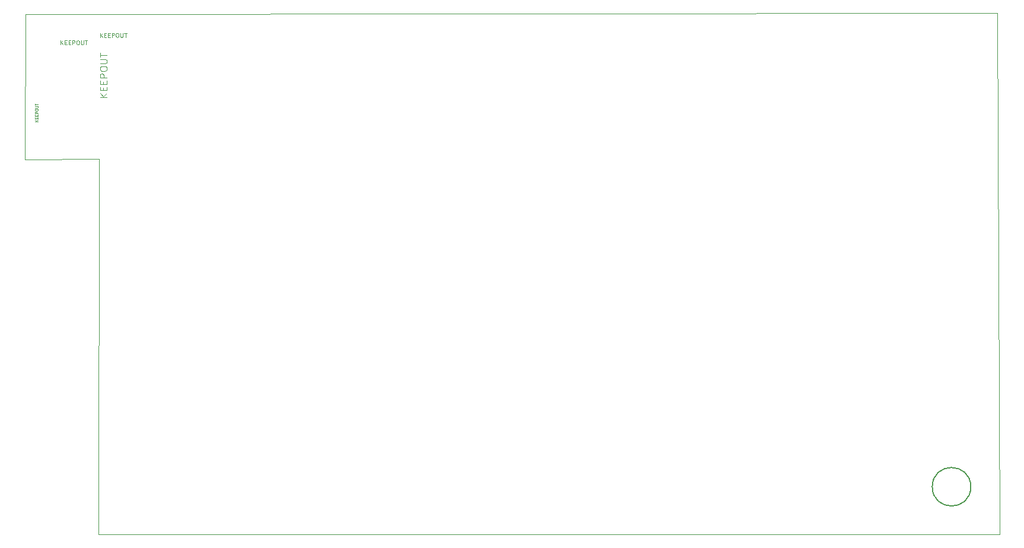
<source format=gbr>
%TF.GenerationSoftware,KiCad,Pcbnew,7.0.9*%
%TF.CreationDate,2023-12-29T10:55:07+07:00*%
%TF.ProjectId,incuTester,696e6375-5465-4737-9465-722e6b696361,rev?*%
%TF.SameCoordinates,Original*%
%TF.FileFunction,Other,Comment*%
%FSLAX46Y46*%
G04 Gerber Fmt 4.6, Leading zero omitted, Abs format (unit mm)*
G04 Created by KiCad (PCBNEW 7.0.9) date 2023-12-29 10:55:07*
%MOMM*%
%LPD*%
G01*
G04 APERTURE LIST*
%ADD10C,0.100000*%
%ADD11C,0.090000*%
%ADD12C,0.060000*%
%ADD13C,0.150000*%
%TA.AperFunction,Profile*%
%ADD14C,0.100000*%
%TD*%
G04 APERTURE END LIST*
D10*
X93807419Y-74095237D02*
X92807419Y-74095237D01*
X93807419Y-73523809D02*
X93235990Y-73952380D01*
X92807419Y-73523809D02*
X93378847Y-74095237D01*
X93283609Y-73095237D02*
X93283609Y-72761904D01*
X93807419Y-72619047D02*
X93807419Y-73095237D01*
X93807419Y-73095237D02*
X92807419Y-73095237D01*
X92807419Y-73095237D02*
X92807419Y-72619047D01*
X93283609Y-72190475D02*
X93283609Y-71857142D01*
X93807419Y-71714285D02*
X93807419Y-72190475D01*
X93807419Y-72190475D02*
X92807419Y-72190475D01*
X92807419Y-72190475D02*
X92807419Y-71714285D01*
X93807419Y-71285713D02*
X92807419Y-71285713D01*
X92807419Y-71285713D02*
X92807419Y-70904761D01*
X92807419Y-70904761D02*
X92855038Y-70809523D01*
X92855038Y-70809523D02*
X92902657Y-70761904D01*
X92902657Y-70761904D02*
X92997895Y-70714285D01*
X92997895Y-70714285D02*
X93140752Y-70714285D01*
X93140752Y-70714285D02*
X93235990Y-70761904D01*
X93235990Y-70761904D02*
X93283609Y-70809523D01*
X93283609Y-70809523D02*
X93331228Y-70904761D01*
X93331228Y-70904761D02*
X93331228Y-71285713D01*
X92807419Y-70095237D02*
X92807419Y-69904761D01*
X92807419Y-69904761D02*
X92855038Y-69809523D01*
X92855038Y-69809523D02*
X92950276Y-69714285D01*
X92950276Y-69714285D02*
X93140752Y-69666666D01*
X93140752Y-69666666D02*
X93474085Y-69666666D01*
X93474085Y-69666666D02*
X93664561Y-69714285D01*
X93664561Y-69714285D02*
X93759800Y-69809523D01*
X93759800Y-69809523D02*
X93807419Y-69904761D01*
X93807419Y-69904761D02*
X93807419Y-70095237D01*
X93807419Y-70095237D02*
X93759800Y-70190475D01*
X93759800Y-70190475D02*
X93664561Y-70285713D01*
X93664561Y-70285713D02*
X93474085Y-70333332D01*
X93474085Y-70333332D02*
X93140752Y-70333332D01*
X93140752Y-70333332D02*
X92950276Y-70285713D01*
X92950276Y-70285713D02*
X92855038Y-70190475D01*
X92855038Y-70190475D02*
X92807419Y-70095237D01*
X92807419Y-69238094D02*
X93616942Y-69238094D01*
X93616942Y-69238094D02*
X93712180Y-69190475D01*
X93712180Y-69190475D02*
X93759800Y-69142856D01*
X93759800Y-69142856D02*
X93807419Y-69047618D01*
X93807419Y-69047618D02*
X93807419Y-68857142D01*
X93807419Y-68857142D02*
X93759800Y-68761904D01*
X93759800Y-68761904D02*
X93712180Y-68714285D01*
X93712180Y-68714285D02*
X93616942Y-68666666D01*
X93616942Y-68666666D02*
X92807419Y-68666666D01*
X92807419Y-68333332D02*
X92807419Y-67761904D01*
X93807419Y-68047618D02*
X92807419Y-68047618D01*
D11*
X87192858Y-66572891D02*
X87192858Y-65972891D01*
X87535715Y-66572891D02*
X87278572Y-66230034D01*
X87535715Y-65972891D02*
X87192858Y-66315748D01*
X87792858Y-66258605D02*
X87992858Y-66258605D01*
X88078572Y-66572891D02*
X87792858Y-66572891D01*
X87792858Y-66572891D02*
X87792858Y-65972891D01*
X87792858Y-65972891D02*
X88078572Y-65972891D01*
X88335715Y-66258605D02*
X88535715Y-66258605D01*
X88621429Y-66572891D02*
X88335715Y-66572891D01*
X88335715Y-66572891D02*
X88335715Y-65972891D01*
X88335715Y-65972891D02*
X88621429Y-65972891D01*
X88878572Y-66572891D02*
X88878572Y-65972891D01*
X88878572Y-65972891D02*
X89107143Y-65972891D01*
X89107143Y-65972891D02*
X89164286Y-66001462D01*
X89164286Y-66001462D02*
X89192857Y-66030034D01*
X89192857Y-66030034D02*
X89221429Y-66087177D01*
X89221429Y-66087177D02*
X89221429Y-66172891D01*
X89221429Y-66172891D02*
X89192857Y-66230034D01*
X89192857Y-66230034D02*
X89164286Y-66258605D01*
X89164286Y-66258605D02*
X89107143Y-66287177D01*
X89107143Y-66287177D02*
X88878572Y-66287177D01*
X89592857Y-65972891D02*
X89707143Y-65972891D01*
X89707143Y-65972891D02*
X89764286Y-66001462D01*
X89764286Y-66001462D02*
X89821429Y-66058605D01*
X89821429Y-66058605D02*
X89850000Y-66172891D01*
X89850000Y-66172891D02*
X89850000Y-66372891D01*
X89850000Y-66372891D02*
X89821429Y-66487177D01*
X89821429Y-66487177D02*
X89764286Y-66544320D01*
X89764286Y-66544320D02*
X89707143Y-66572891D01*
X89707143Y-66572891D02*
X89592857Y-66572891D01*
X89592857Y-66572891D02*
X89535715Y-66544320D01*
X89535715Y-66544320D02*
X89478572Y-66487177D01*
X89478572Y-66487177D02*
X89450000Y-66372891D01*
X89450000Y-66372891D02*
X89450000Y-66172891D01*
X89450000Y-66172891D02*
X89478572Y-66058605D01*
X89478572Y-66058605D02*
X89535715Y-66001462D01*
X89535715Y-66001462D02*
X89592857Y-65972891D01*
X90107143Y-65972891D02*
X90107143Y-66458605D01*
X90107143Y-66458605D02*
X90135714Y-66515748D01*
X90135714Y-66515748D02*
X90164286Y-66544320D01*
X90164286Y-66544320D02*
X90221428Y-66572891D01*
X90221428Y-66572891D02*
X90335714Y-66572891D01*
X90335714Y-66572891D02*
X90392857Y-66544320D01*
X90392857Y-66544320D02*
X90421428Y-66515748D01*
X90421428Y-66515748D02*
X90450000Y-66458605D01*
X90450000Y-66458605D02*
X90450000Y-65972891D01*
X90649999Y-65972891D02*
X90992857Y-65972891D01*
X90821428Y-66572891D02*
X90821428Y-65972891D01*
X92817858Y-65497891D02*
X92817858Y-64897891D01*
X93160715Y-65497891D02*
X92903572Y-65155034D01*
X93160715Y-64897891D02*
X92817858Y-65240748D01*
X93417858Y-65183605D02*
X93617858Y-65183605D01*
X93703572Y-65497891D02*
X93417858Y-65497891D01*
X93417858Y-65497891D02*
X93417858Y-64897891D01*
X93417858Y-64897891D02*
X93703572Y-64897891D01*
X93960715Y-65183605D02*
X94160715Y-65183605D01*
X94246429Y-65497891D02*
X93960715Y-65497891D01*
X93960715Y-65497891D02*
X93960715Y-64897891D01*
X93960715Y-64897891D02*
X94246429Y-64897891D01*
X94503572Y-65497891D02*
X94503572Y-64897891D01*
X94503572Y-64897891D02*
X94732143Y-64897891D01*
X94732143Y-64897891D02*
X94789286Y-64926462D01*
X94789286Y-64926462D02*
X94817857Y-64955034D01*
X94817857Y-64955034D02*
X94846429Y-65012177D01*
X94846429Y-65012177D02*
X94846429Y-65097891D01*
X94846429Y-65097891D02*
X94817857Y-65155034D01*
X94817857Y-65155034D02*
X94789286Y-65183605D01*
X94789286Y-65183605D02*
X94732143Y-65212177D01*
X94732143Y-65212177D02*
X94503572Y-65212177D01*
X95217857Y-64897891D02*
X95332143Y-64897891D01*
X95332143Y-64897891D02*
X95389286Y-64926462D01*
X95389286Y-64926462D02*
X95446429Y-64983605D01*
X95446429Y-64983605D02*
X95475000Y-65097891D01*
X95475000Y-65097891D02*
X95475000Y-65297891D01*
X95475000Y-65297891D02*
X95446429Y-65412177D01*
X95446429Y-65412177D02*
X95389286Y-65469320D01*
X95389286Y-65469320D02*
X95332143Y-65497891D01*
X95332143Y-65497891D02*
X95217857Y-65497891D01*
X95217857Y-65497891D02*
X95160715Y-65469320D01*
X95160715Y-65469320D02*
X95103572Y-65412177D01*
X95103572Y-65412177D02*
X95075000Y-65297891D01*
X95075000Y-65297891D02*
X95075000Y-65097891D01*
X95075000Y-65097891D02*
X95103572Y-64983605D01*
X95103572Y-64983605D02*
X95160715Y-64926462D01*
X95160715Y-64926462D02*
X95217857Y-64897891D01*
X95732143Y-64897891D02*
X95732143Y-65383605D01*
X95732143Y-65383605D02*
X95760714Y-65440748D01*
X95760714Y-65440748D02*
X95789286Y-65469320D01*
X95789286Y-65469320D02*
X95846428Y-65497891D01*
X95846428Y-65497891D02*
X95960714Y-65497891D01*
X95960714Y-65497891D02*
X96017857Y-65469320D01*
X96017857Y-65469320D02*
X96046428Y-65440748D01*
X96046428Y-65440748D02*
X96075000Y-65383605D01*
X96075000Y-65383605D02*
X96075000Y-64897891D01*
X96274999Y-64897891D02*
X96617857Y-64897891D01*
X96446428Y-65497891D02*
X96446428Y-64897891D01*
D12*
X83956927Y-77513095D02*
X83556927Y-77513095D01*
X83956927Y-77284524D02*
X83728356Y-77455953D01*
X83556927Y-77284524D02*
X83785499Y-77513095D01*
X83747403Y-77113095D02*
X83747403Y-76979762D01*
X83956927Y-76922619D02*
X83956927Y-77113095D01*
X83956927Y-77113095D02*
X83556927Y-77113095D01*
X83556927Y-77113095D02*
X83556927Y-76922619D01*
X83747403Y-76751190D02*
X83747403Y-76617857D01*
X83956927Y-76560714D02*
X83956927Y-76751190D01*
X83956927Y-76751190D02*
X83556927Y-76751190D01*
X83556927Y-76751190D02*
X83556927Y-76560714D01*
X83956927Y-76389285D02*
X83556927Y-76389285D01*
X83556927Y-76389285D02*
X83556927Y-76236904D01*
X83556927Y-76236904D02*
X83575975Y-76198809D01*
X83575975Y-76198809D02*
X83595022Y-76179762D01*
X83595022Y-76179762D02*
X83633118Y-76160714D01*
X83633118Y-76160714D02*
X83690260Y-76160714D01*
X83690260Y-76160714D02*
X83728356Y-76179762D01*
X83728356Y-76179762D02*
X83747403Y-76198809D01*
X83747403Y-76198809D02*
X83766451Y-76236904D01*
X83766451Y-76236904D02*
X83766451Y-76389285D01*
X83556927Y-75913095D02*
X83556927Y-75836904D01*
X83556927Y-75836904D02*
X83575975Y-75798809D01*
X83575975Y-75798809D02*
X83614070Y-75760714D01*
X83614070Y-75760714D02*
X83690260Y-75741666D01*
X83690260Y-75741666D02*
X83823594Y-75741666D01*
X83823594Y-75741666D02*
X83899784Y-75760714D01*
X83899784Y-75760714D02*
X83937880Y-75798809D01*
X83937880Y-75798809D02*
X83956927Y-75836904D01*
X83956927Y-75836904D02*
X83956927Y-75913095D01*
X83956927Y-75913095D02*
X83937880Y-75951190D01*
X83937880Y-75951190D02*
X83899784Y-75989285D01*
X83899784Y-75989285D02*
X83823594Y-76008333D01*
X83823594Y-76008333D02*
X83690260Y-76008333D01*
X83690260Y-76008333D02*
X83614070Y-75989285D01*
X83614070Y-75989285D02*
X83575975Y-75951190D01*
X83575975Y-75951190D02*
X83556927Y-75913095D01*
X83556927Y-75570237D02*
X83880737Y-75570237D01*
X83880737Y-75570237D02*
X83918832Y-75551190D01*
X83918832Y-75551190D02*
X83937880Y-75532142D01*
X83937880Y-75532142D02*
X83956927Y-75494047D01*
X83956927Y-75494047D02*
X83956927Y-75417856D01*
X83956927Y-75417856D02*
X83937880Y-75379761D01*
X83937880Y-75379761D02*
X83918832Y-75360714D01*
X83918832Y-75360714D02*
X83880737Y-75341666D01*
X83880737Y-75341666D02*
X83556927Y-75341666D01*
X83556927Y-75208332D02*
X83556927Y-74979761D01*
X83956927Y-75094047D02*
X83556927Y-75094047D01*
D13*
%TO.C,REF\u002A\u002A*%
X217080000Y-129680000D02*
G75*
G03*
X217080000Y-129680000I-2750000J0D01*
G01*
%TD*%
D14*
X92592500Y-136510000D02*
X221175000Y-136470000D01*
X82190000Y-62250000D02*
X82070000Y-82930000D01*
X92647500Y-82850000D02*
X92592500Y-136510000D01*
X82070000Y-82930000D02*
X92647500Y-82850000D01*
X220870000Y-62090000D02*
X82190000Y-62250000D01*
X221175000Y-136470000D02*
X220870000Y-62090000D01*
M02*

</source>
